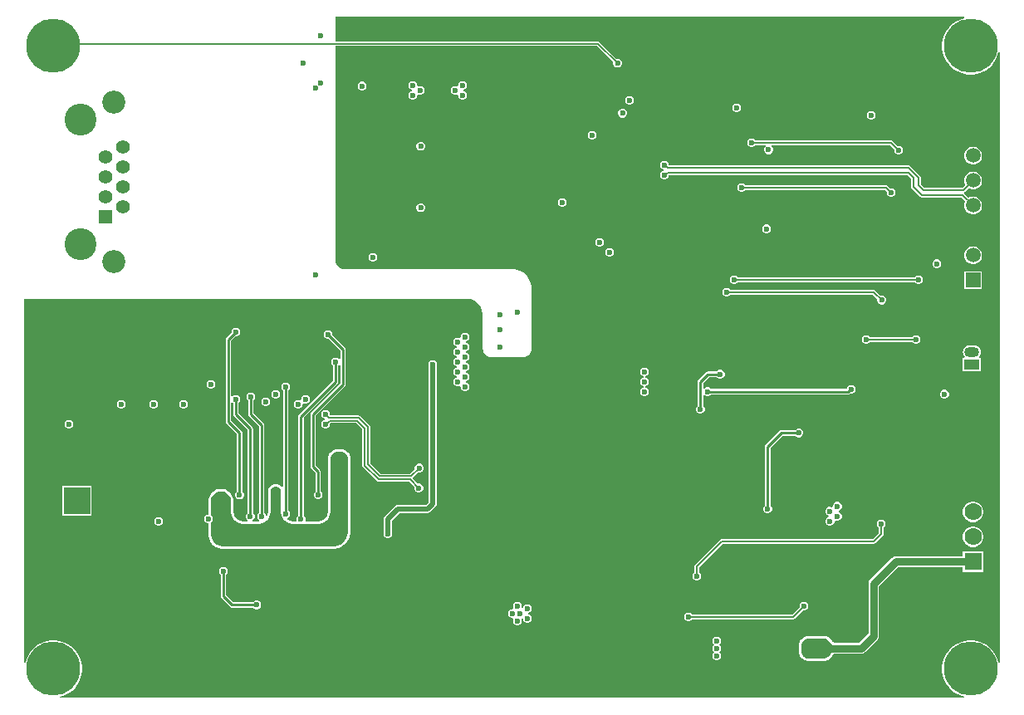
<source format=gbl>
G04*
G04 #@! TF.GenerationSoftware,Altium Limited,Altium Designer,24.1.2 (44)*
G04*
G04 Layer_Physical_Order=4*
G04 Layer_Color=16711680*
%FSLAX44Y44*%
%MOMM*%
G71*
G04*
G04 #@! TF.SameCoordinates,BB806972-894B-4990-B732-A97902CF1386*
G04*
G04*
G04 #@! TF.FilePolarity,Positive*
G04*
G01*
G75*
%ADD10C,0.1524*%
%ADD14C,0.2540*%
%ADD118C,1.5000*%
%ADD122O,1.5240X1.0160*%
%ADD123R,1.5240X1.0160*%
%ADD130C,2.7300*%
%ADD131R,2.7300X2.7300*%
%ADD133C,0.5080*%
%ADD134C,5.5000*%
%ADD135R,1.7780X1.7780*%
%ADD136C,1.7780*%
%ADD137R,1.5000X1.5000*%
%ADD138C,3.2500*%
%ADD139C,2.3550*%
%ADD140C,1.3980*%
%ADD141R,1.3980X1.3980*%
%ADD142C,0.6000*%
%ADD143C,0.7620*%
G36*
X961158Y695881D02*
X960704Y695809D01*
X956359Y694398D01*
X952288Y692324D01*
X948592Y689638D01*
X945362Y686408D01*
X942676Y682712D01*
X940602Y678641D01*
X939191Y674296D01*
X938476Y669784D01*
Y665216D01*
X939191Y660704D01*
X940602Y656359D01*
X942676Y652288D01*
X945362Y648592D01*
X948592Y645362D01*
X952288Y642676D01*
X956359Y640602D01*
X960704Y639191D01*
X965216Y638476D01*
X969784D01*
X974296Y639191D01*
X978641Y640602D01*
X982712Y642676D01*
X986408Y645362D01*
X989638Y648592D01*
X992324Y652288D01*
X994398Y656359D01*
X995809Y660704D01*
X995881Y661158D01*
X997151Y661058D01*
Y38942D01*
X995881Y38842D01*
X995809Y39297D01*
X994398Y43641D01*
X992324Y47712D01*
X989638Y51408D01*
X986408Y54638D01*
X982712Y57324D01*
X978641Y59398D01*
X974296Y60809D01*
X969784Y61524D01*
X965216D01*
X960704Y60809D01*
X956359Y59398D01*
X952288Y57324D01*
X948592Y54638D01*
X945362Y51408D01*
X942676Y47712D01*
X940602Y43641D01*
X939191Y39297D01*
X938476Y34784D01*
Y30216D01*
X939191Y25704D01*
X940602Y21359D01*
X942676Y17288D01*
X945362Y13592D01*
X948592Y10362D01*
X952288Y7677D01*
X956359Y5602D01*
X960704Y4191D01*
X961158Y4119D01*
X961058Y2849D01*
X38942D01*
X38842Y4119D01*
X39297Y4191D01*
X43641Y5602D01*
X47712Y7677D01*
X51408Y10362D01*
X54638Y13592D01*
X57324Y17288D01*
X59398Y21359D01*
X60809Y25704D01*
X61524Y30216D01*
Y34784D01*
X60809Y39297D01*
X59398Y43641D01*
X57324Y47712D01*
X54638Y51408D01*
X51408Y54638D01*
X47712Y57324D01*
X43641Y59398D01*
X39297Y60809D01*
X34784Y61524D01*
X30216D01*
X25704Y60809D01*
X21359Y59398D01*
X17288Y57324D01*
X13592Y54638D01*
X10362Y51408D01*
X7677Y47712D01*
X5602Y43641D01*
X4191Y39297D01*
X4119Y38842D01*
X2849Y38942D01*
Y410000D01*
X453061D01*
X453061Y410000D01*
X453061Y410000D01*
X454722Y409918D01*
X457978Y409271D01*
X461046Y408000D01*
X463807Y406155D01*
X466155Y403807D01*
X468000Y401046D01*
X469271Y397978D01*
X469918Y394722D01*
X470000Y393061D01*
X470000Y360000D01*
X470000Y360000D01*
X470000Y359015D01*
X470044Y358793D01*
X470384Y357083D01*
X471138Y355263D01*
X472233Y353625D01*
X473625Y352233D01*
X475263Y351138D01*
X477083Y350384D01*
X479015Y350000D01*
X510000D01*
X510985Y350000D01*
X512917Y350384D01*
X514737Y351138D01*
X516375Y352232D01*
X517767Y353625D01*
X518862Y355263D01*
X519616Y357083D01*
X520000Y359015D01*
X520000Y360000D01*
X520000Y420000D01*
X520000D01*
X520000Y420000D01*
X520000Y421970D01*
X519231Y425834D01*
X517724Y429473D01*
X515535Y432749D01*
X512749Y435535D01*
X509473Y437724D01*
X505834Y439231D01*
X501970Y440000D01*
X500000Y440000D01*
X330000Y440000D01*
X330000Y440000D01*
X329020Y440048D01*
X327097Y440431D01*
X325286Y441181D01*
X323656Y442270D01*
X322270Y443656D01*
X321181Y445286D01*
X320430Y447097D01*
X320048Y449020D01*
X320000Y450000D01*
Y667669D01*
X586535D01*
X603072Y651132D01*
X602976Y650900D01*
Y649100D01*
X603665Y647437D01*
X604937Y646165D01*
X606600Y645476D01*
X608400D01*
X610063Y646165D01*
X611335Y647437D01*
X612024Y649100D01*
Y650900D01*
X611335Y652563D01*
X610063Y653835D01*
X608400Y654524D01*
X606600D01*
X606368Y654428D01*
X589148Y671648D01*
X588392Y672153D01*
X587500Y672331D01*
X320000D01*
Y697151D01*
X961058D01*
X961158Y695881D01*
D02*
G37*
%LPC*%
G36*
X450480Y631904D02*
X448680D01*
X447017Y631215D01*
X445745Y629943D01*
X445056Y628280D01*
Y627261D01*
X443806Y626432D01*
X442860Y626824D01*
X441060D01*
X439397Y626135D01*
X438125Y624863D01*
X437436Y623200D01*
Y621400D01*
X438125Y619737D01*
X439397Y618465D01*
X441060Y617776D01*
X442860D01*
X443806Y618168D01*
X445056Y617339D01*
Y616320D01*
X445745Y614657D01*
X447017Y613385D01*
X448680Y612696D01*
X450480D01*
X452143Y613385D01*
X453415Y614657D01*
X454104Y616320D01*
Y618120D01*
X453415Y619783D01*
X452143Y621055D01*
X450671Y621665D01*
X450628Y621932D01*
Y622668D01*
X450671Y622935D01*
X452143Y623545D01*
X453415Y624817D01*
X454104Y626480D01*
Y628280D01*
X453415Y629943D01*
X452143Y631215D01*
X450480Y631904D01*
D02*
G37*
G36*
X348050Y631074D02*
X346250D01*
X344587Y630385D01*
X343315Y629113D01*
X342626Y627450D01*
Y625650D01*
X343315Y623987D01*
X344587Y622715D01*
X346250Y622026D01*
X348050D01*
X349713Y622715D01*
X350985Y623987D01*
X351674Y625650D01*
Y627450D01*
X350985Y629113D01*
X349713Y630385D01*
X348050Y631074D01*
D02*
G37*
G36*
X399680Y631904D02*
X397880D01*
X396217Y631215D01*
X394945Y629943D01*
X394256Y628280D01*
Y626480D01*
X394945Y624817D01*
X396217Y623545D01*
X397689Y622935D01*
X397732Y622668D01*
Y621932D01*
X397689Y621665D01*
X396217Y621055D01*
X394945Y619783D01*
X394256Y618120D01*
Y616320D01*
X394945Y614657D01*
X396217Y613385D01*
X397880Y612696D01*
X399680D01*
X401343Y613385D01*
X402615Y614657D01*
X403304Y616320D01*
Y617339D01*
X404554Y618168D01*
X405500Y617776D01*
X407300D01*
X408963Y618465D01*
X410235Y619737D01*
X410924Y621400D01*
Y623200D01*
X410235Y624863D01*
X408963Y626135D01*
X407300Y626824D01*
X405500D01*
X404554Y626432D01*
X403304Y627261D01*
Y628280D01*
X402615Y629943D01*
X401343Y631215D01*
X399680Y631904D01*
D02*
G37*
G36*
X620660Y616664D02*
X618860D01*
X617197Y615975D01*
X615925Y614703D01*
X615236Y613040D01*
Y611240D01*
X615925Y609577D01*
X617197Y608305D01*
X618860Y607616D01*
X620660D01*
X622323Y608305D01*
X623595Y609577D01*
X624284Y611240D01*
Y613040D01*
X623595Y614703D01*
X622323Y615975D01*
X620660Y616664D01*
D02*
G37*
G36*
X729880Y609044D02*
X728080D01*
X726417Y608355D01*
X725145Y607083D01*
X724456Y605420D01*
Y603620D01*
X725145Y601957D01*
X726417Y600685D01*
X728080Y599996D01*
X729880D01*
X731543Y600685D01*
X732815Y601957D01*
X733504Y603620D01*
Y605420D01*
X732815Y607083D01*
X731543Y608355D01*
X729880Y609044D01*
D02*
G37*
G36*
X613505Y603499D02*
X611705D01*
X610043Y602810D01*
X608770Y601537D01*
X608081Y599875D01*
Y598075D01*
X608770Y596412D01*
X610043Y595140D01*
X611705Y594451D01*
X613505D01*
X615168Y595140D01*
X616440Y596412D01*
X617129Y598075D01*
Y599875D01*
X616440Y601537D01*
X615168Y602810D01*
X613505Y603499D01*
D02*
G37*
G36*
X867040Y601424D02*
X865240D01*
X863577Y600735D01*
X862305Y599463D01*
X861616Y597800D01*
Y596000D01*
X862305Y594337D01*
X863577Y593065D01*
X865240Y592376D01*
X867040D01*
X868703Y593065D01*
X869975Y594337D01*
X870664Y596000D01*
Y597800D01*
X869975Y599463D01*
X868703Y600735D01*
X867040Y601424D01*
D02*
G37*
G36*
X582560Y581104D02*
X580760D01*
X579097Y580415D01*
X577825Y579143D01*
X577136Y577480D01*
Y575680D01*
X577825Y574017D01*
X579097Y572745D01*
X580760Y572056D01*
X582560D01*
X584223Y572745D01*
X585495Y574017D01*
X586184Y575680D01*
Y577480D01*
X585495Y579143D01*
X584223Y580415D01*
X582560Y581104D01*
D02*
G37*
G36*
X407832Y569939D02*
X406032D01*
X404369Y569250D01*
X403097Y567978D01*
X402408Y566315D01*
Y564515D01*
X403097Y562853D01*
X404369Y561580D01*
X406032Y560891D01*
X407832D01*
X409495Y561580D01*
X410767Y562853D01*
X411456Y564515D01*
Y566315D01*
X410767Y567978D01*
X409495Y569250D01*
X407832Y569939D01*
D02*
G37*
G36*
X745120Y573484D02*
X743320D01*
X741657Y572795D01*
X740385Y571523D01*
X739696Y569860D01*
Y568060D01*
X740385Y566397D01*
X741657Y565125D01*
X743320Y564436D01*
X745120D01*
X746783Y565125D01*
X748055Y566397D01*
X748151Y566629D01*
X758293D01*
X758691Y565359D01*
X757700Y564368D01*
X757011Y562705D01*
Y560905D01*
X757700Y559243D01*
X758972Y557970D01*
X760635Y557281D01*
X762435D01*
X764097Y557970D01*
X765370Y559243D01*
X766059Y560905D01*
Y562705D01*
X765370Y564368D01*
X764379Y565359D01*
X764776Y566629D01*
X885495D01*
X889652Y562472D01*
X889556Y562240D01*
Y560440D01*
X890245Y558777D01*
X891517Y557505D01*
X893180Y556816D01*
X894980D01*
X896643Y557505D01*
X897915Y558777D01*
X898604Y560440D01*
Y562240D01*
X897915Y563903D01*
X896643Y565175D01*
X894980Y565864D01*
X893180D01*
X892948Y565768D01*
X888108Y570608D01*
X887352Y571113D01*
X886460Y571291D01*
X748151D01*
X748055Y571523D01*
X746783Y572795D01*
X745120Y573484D01*
D02*
G37*
G36*
X971188Y564824D02*
X968812D01*
X966517Y564209D01*
X964459Y563021D01*
X962779Y561341D01*
X961591Y559283D01*
X960976Y556988D01*
Y554612D01*
X961591Y552317D01*
X962779Y550259D01*
X964459Y548579D01*
X966517Y547391D01*
X968812Y546776D01*
X971188D01*
X973483Y547391D01*
X975541Y548579D01*
X977221Y550259D01*
X978409Y552317D01*
X979024Y554612D01*
Y556988D01*
X978409Y559283D01*
X977221Y561341D01*
X975541Y563021D01*
X973483Y564209D01*
X971188Y564824D01*
D02*
G37*
G36*
X656220Y550624D02*
X654420D01*
X652757Y549935D01*
X651485Y548663D01*
X650796Y547000D01*
Y545200D01*
X651485Y543537D01*
X652757Y542265D01*
X654229Y541655D01*
X654272Y541388D01*
Y540652D01*
X654229Y540385D01*
X652757Y539775D01*
X651485Y538503D01*
X650796Y536840D01*
Y535040D01*
X651485Y533377D01*
X652757Y532105D01*
X654420Y531416D01*
X656220D01*
X657883Y532105D01*
X659155Y533377D01*
X659844Y535040D01*
Y535957D01*
X660037Y536149D01*
X903275D01*
X906989Y532435D01*
Y523676D01*
X907167Y522784D01*
X907672Y522028D01*
X915728Y513972D01*
X916484Y513467D01*
X917376Y513289D01*
X958415D01*
X962188Y509516D01*
X961591Y508483D01*
X960976Y506188D01*
Y503812D01*
X961591Y501517D01*
X962779Y499459D01*
X964459Y497779D01*
X966517Y496591D01*
X968812Y495976D01*
X971188D01*
X973483Y496591D01*
X975541Y497779D01*
X977221Y499459D01*
X978409Y501517D01*
X979024Y503812D01*
Y506188D01*
X978409Y508483D01*
X977221Y510541D01*
X975541Y512221D01*
X973483Y513409D01*
X971188Y514024D01*
X968812D01*
X966517Y513409D01*
X965484Y512812D01*
X961069Y517227D01*
X961068Y517583D01*
X961099Y517823D01*
X961296Y518616D01*
X961948Y519052D01*
X965484Y522588D01*
X966517Y521991D01*
X968812Y521376D01*
X971188D01*
X973483Y521991D01*
X975541Y523179D01*
X977221Y524859D01*
X978409Y526917D01*
X979024Y529212D01*
Y531588D01*
X978409Y533883D01*
X977221Y535941D01*
X975541Y537621D01*
X973483Y538809D01*
X971188Y539424D01*
X968812D01*
X966517Y538809D01*
X964459Y537621D01*
X962779Y535941D01*
X961591Y533883D01*
X960976Y531588D01*
Y529212D01*
X961591Y526917D01*
X962188Y525884D01*
X959335Y523031D01*
X920445D01*
X916731Y526745D01*
Y533400D01*
X916553Y534292D01*
X916048Y535048D01*
X905888Y545208D01*
X905132Y545713D01*
X904240Y545891D01*
X660037D01*
X659844Y546083D01*
Y547000D01*
X659155Y548663D01*
X657883Y549935D01*
X656220Y550624D01*
D02*
G37*
G36*
X734960Y527764D02*
X733160D01*
X731497Y527075D01*
X730225Y525803D01*
X729536Y524140D01*
Y522340D01*
X730225Y520677D01*
X731497Y519405D01*
X733160Y518716D01*
X734960D01*
X736623Y519405D01*
X737895Y520677D01*
X737991Y520909D01*
X880415D01*
X882032Y519292D01*
X881936Y519060D01*
Y517260D01*
X882625Y515597D01*
X883897Y514325D01*
X885560Y513636D01*
X887360D01*
X889023Y514325D01*
X890295Y515597D01*
X890984Y517260D01*
Y519060D01*
X890295Y520723D01*
X889023Y521995D01*
X887360Y522684D01*
X885560D01*
X885328Y522588D01*
X883028Y524888D01*
X882272Y525393D01*
X881380Y525571D01*
X737991D01*
X737895Y525803D01*
X736623Y527075D01*
X734960Y527764D01*
D02*
G37*
G36*
X552080Y512524D02*
X550280D01*
X548617Y511835D01*
X547345Y510563D01*
X546656Y508900D01*
Y507100D01*
X547345Y505437D01*
X548617Y504165D01*
X550280Y503476D01*
X552080D01*
X553743Y504165D01*
X555015Y505437D01*
X555704Y507100D01*
Y508900D01*
X555015Y510563D01*
X553743Y511835D01*
X552080Y512524D01*
D02*
G37*
G36*
X407904Y507237D02*
X406104D01*
X404441Y506548D01*
X403169Y505275D01*
X402480Y503612D01*
Y501813D01*
X403169Y500150D01*
X404441Y498877D01*
X406104Y498189D01*
X407904D01*
X409567Y498877D01*
X410839Y500150D01*
X411528Y501813D01*
Y503612D01*
X410839Y505275D01*
X409567Y506548D01*
X407904Y507237D01*
D02*
G37*
G36*
X760360Y485514D02*
X758560D01*
X756897Y484826D01*
X755625Y483553D01*
X754936Y481890D01*
Y480090D01*
X755625Y478428D01*
X756897Y477155D01*
X758560Y476466D01*
X760360D01*
X762023Y477155D01*
X763295Y478428D01*
X763984Y480090D01*
Y481890D01*
X763295Y483553D01*
X762023Y484826D01*
X760360Y485514D01*
D02*
G37*
G36*
X590180Y471884D02*
X588380D01*
X586717Y471195D01*
X585445Y469923D01*
X584756Y468260D01*
Y466460D01*
X585445Y464797D01*
X586717Y463525D01*
X588380Y462836D01*
X590180D01*
X591843Y463525D01*
X593115Y464797D01*
X593804Y466460D01*
Y468260D01*
X593115Y469923D01*
X591843Y471195D01*
X590180Y471884D01*
D02*
G37*
G36*
X600340Y461724D02*
X598540D01*
X596877Y461035D01*
X595605Y459763D01*
X594916Y458100D01*
Y456300D01*
X595605Y454637D01*
X596877Y453365D01*
X598540Y452676D01*
X600340D01*
X602003Y453365D01*
X603275Y454637D01*
X603964Y456300D01*
Y458100D01*
X603275Y459763D01*
X602003Y461035D01*
X600340Y461724D01*
D02*
G37*
G36*
X359040Y456644D02*
X357240D01*
X355577Y455955D01*
X354305Y454683D01*
X353616Y453020D01*
Y451220D01*
X354305Y449557D01*
X355577Y448285D01*
X357240Y447596D01*
X359040D01*
X360703Y448285D01*
X361975Y449557D01*
X362664Y451220D01*
Y453020D01*
X361975Y454683D01*
X360703Y455955D01*
X359040Y456644D01*
D02*
G37*
G36*
X971188Y463224D02*
X968812D01*
X966517Y462609D01*
X964459Y461421D01*
X962779Y459741D01*
X961591Y457683D01*
X960976Y455388D01*
Y453012D01*
X961591Y450717D01*
X962779Y448659D01*
X964459Y446979D01*
X966517Y445791D01*
X968812Y445176D01*
X971188D01*
X973483Y445791D01*
X975541Y446979D01*
X977221Y448659D01*
X978409Y450717D01*
X979024Y453012D01*
Y455388D01*
X978409Y457683D01*
X977221Y459741D01*
X975541Y461421D01*
X973483Y462609D01*
X971188Y463224D01*
D02*
G37*
G36*
X933960Y449904D02*
X932160D01*
X930497Y449215D01*
X929225Y447943D01*
X928536Y446280D01*
Y444480D01*
X929225Y442817D01*
X930497Y441545D01*
X932160Y440856D01*
X933960D01*
X935623Y441545D01*
X936895Y442817D01*
X937584Y444480D01*
Y446280D01*
X936895Y447943D01*
X935623Y449215D01*
X933960Y449904D01*
D02*
G37*
G36*
X915300Y433784D02*
X913500D01*
X911837Y433095D01*
X910565Y431823D01*
X910469Y431591D01*
X730371D01*
X730275Y431823D01*
X729003Y433095D01*
X727340Y433784D01*
X725540D01*
X723877Y433095D01*
X722605Y431823D01*
X721916Y430160D01*
Y428360D01*
X722605Y426697D01*
X723877Y425425D01*
X725540Y424736D01*
X727340D01*
X729003Y425425D01*
X730275Y426697D01*
X730371Y426929D01*
X910469D01*
X910565Y426697D01*
X911837Y425425D01*
X913500Y424736D01*
X915300D01*
X916963Y425425D01*
X918235Y426697D01*
X918924Y428360D01*
Y430160D01*
X918235Y431823D01*
X916963Y433095D01*
X915300Y433784D01*
D02*
G37*
G36*
X979024Y437824D02*
X960976D01*
Y419776D01*
X979024D01*
Y437824D01*
D02*
G37*
G36*
X719720Y421084D02*
X717920D01*
X716257Y420395D01*
X714985Y419123D01*
X714296Y417460D01*
Y415660D01*
X714985Y413997D01*
X716257Y412725D01*
X717920Y412036D01*
X719720D01*
X721383Y412725D01*
X722655Y413997D01*
X722751Y414229D01*
X867715D01*
X872351Y409593D01*
X872255Y409361D01*
Y407561D01*
X872944Y405899D01*
X874216Y404626D01*
X875879Y403937D01*
X877679D01*
X879342Y404626D01*
X880614Y405899D01*
X881303Y407561D01*
Y409361D01*
X880614Y411024D01*
X879342Y412296D01*
X877679Y412985D01*
X875879D01*
X875647Y412889D01*
X870328Y418208D01*
X869572Y418713D01*
X868680Y418891D01*
X722751D01*
X722655Y419123D01*
X721383Y420395D01*
X719720Y421084D01*
D02*
G37*
G36*
X912760Y372824D02*
X910960D01*
X909297Y372135D01*
X908025Y370863D01*
X907929Y370631D01*
X864991D01*
X864895Y370863D01*
X863623Y372135D01*
X861960Y372824D01*
X860160D01*
X858497Y372135D01*
X857225Y370863D01*
X856536Y369200D01*
Y367400D01*
X857225Y365737D01*
X858497Y364465D01*
X860160Y363776D01*
X861960D01*
X863623Y364465D01*
X864895Y365737D01*
X864991Y365969D01*
X907929D01*
X908025Y365737D01*
X909297Y364465D01*
X910960Y363776D01*
X912760D01*
X914423Y364465D01*
X915695Y365737D01*
X916384Y367400D01*
Y369200D01*
X915695Y370863D01*
X914423Y372135D01*
X912760Y372824D01*
D02*
G37*
G36*
X453020Y375364D02*
X451220D01*
X449557Y374675D01*
X448285Y373403D01*
X447596Y371740D01*
Y370721D01*
X446346Y369892D01*
X445400Y370284D01*
X443600D01*
X441937Y369595D01*
X440665Y368323D01*
X439976Y366660D01*
Y364860D01*
X440665Y363197D01*
X441937Y361925D01*
X443409Y361315D01*
X443452Y361048D01*
Y360312D01*
X443409Y360045D01*
X441937Y359435D01*
X440665Y358163D01*
X439976Y356500D01*
Y354700D01*
X440665Y353037D01*
X441937Y351765D01*
X443409Y351155D01*
X443452Y350888D01*
Y350152D01*
X443409Y349885D01*
X441937Y349275D01*
X440665Y348003D01*
X439976Y346340D01*
Y344540D01*
X440665Y342877D01*
X441937Y341605D01*
X443409Y340995D01*
X443452Y340728D01*
Y339992D01*
X443409Y339725D01*
X441937Y339115D01*
X440665Y337843D01*
X439976Y336180D01*
Y334380D01*
X440665Y332717D01*
X441937Y331445D01*
X443409Y330835D01*
X443452Y330568D01*
Y329832D01*
X443409Y329565D01*
X441937Y328955D01*
X440665Y327683D01*
X439976Y326020D01*
Y324220D01*
X440665Y322557D01*
X441937Y321285D01*
X443600Y320596D01*
X445400D01*
X446346Y320988D01*
X447596Y320159D01*
Y319140D01*
X448285Y317477D01*
X449557Y316205D01*
X451220Y315516D01*
X453020D01*
X454683Y316205D01*
X455955Y317477D01*
X456644Y319140D01*
Y320940D01*
X455955Y322603D01*
X454683Y323875D01*
X453211Y324485D01*
X453168Y324752D01*
Y325488D01*
X453211Y325755D01*
X454683Y326365D01*
X455955Y327637D01*
X456644Y329300D01*
Y331100D01*
X455955Y332763D01*
X454683Y334035D01*
X453211Y334645D01*
X453168Y334912D01*
Y335648D01*
X453211Y335915D01*
X454683Y336525D01*
X455955Y337797D01*
X456644Y339460D01*
Y341260D01*
X455955Y342923D01*
X454683Y344195D01*
X453211Y344805D01*
X453168Y345072D01*
Y345808D01*
X453211Y346075D01*
X454683Y346685D01*
X455955Y347957D01*
X456644Y349620D01*
Y351420D01*
X455955Y353083D01*
X454683Y354355D01*
X453211Y354965D01*
X453168Y355232D01*
Y355968D01*
X453211Y356235D01*
X454683Y356845D01*
X455955Y358117D01*
X456644Y359780D01*
Y361580D01*
X455955Y363243D01*
X454683Y364515D01*
X453211Y365125D01*
X453168Y365392D01*
Y366128D01*
X453211Y366395D01*
X454683Y367005D01*
X455955Y368277D01*
X456644Y369940D01*
Y371740D01*
X455955Y373403D01*
X454683Y374675D01*
X453020Y375364D01*
D02*
G37*
G36*
X971360Y362361D02*
X966280D01*
X964556Y362134D01*
X962950Y361469D01*
X961570Y360410D01*
X960511Y359030D01*
X959846Y357424D01*
X959619Y355700D01*
X959846Y353976D01*
X960511Y352369D01*
X961570Y350990D01*
X961721Y350874D01*
X961290Y349604D01*
X959676D01*
Y336396D01*
X977964D01*
Y349604D01*
X976350D01*
X975919Y350874D01*
X976070Y350990D01*
X977129Y352369D01*
X977794Y353976D01*
X978021Y355700D01*
X977794Y357424D01*
X977129Y359030D01*
X976070Y360410D01*
X974690Y361469D01*
X973084Y362134D01*
X971360Y362361D01*
D02*
G37*
G36*
X713180Y337364D02*
X711380D01*
X709717Y336675D01*
X708731Y335689D01*
X699580D01*
X699580Y335689D01*
X698490Y335472D01*
X697566Y334854D01*
X689946Y327234D01*
X689328Y326310D01*
X689111Y325220D01*
X689111Y325220D01*
Y300829D01*
X688125Y299843D01*
X687436Y298180D01*
Y296380D01*
X688125Y294717D01*
X689397Y293445D01*
X691060Y292756D01*
X692860D01*
X694523Y293445D01*
X695795Y294717D01*
X696484Y296380D01*
Y298180D01*
X695795Y299843D01*
X694809Y300829D01*
Y311691D01*
X696079Y312163D01*
X697017Y311225D01*
X698680Y310536D01*
X700480D01*
X702143Y311225D01*
X703129Y312211D01*
X842444D01*
X842444Y312211D01*
X843534Y312428D01*
X844458Y313046D01*
X844544Y313132D01*
X844920Y312976D01*
X846720D01*
X848383Y313665D01*
X849655Y314937D01*
X850344Y316600D01*
Y318400D01*
X849655Y320063D01*
X848383Y321335D01*
X846720Y322024D01*
X844920D01*
X843257Y321335D01*
X841985Y320063D01*
X841296Y318400D01*
Y317941D01*
X841264Y317909D01*
X703129D01*
X702143Y318895D01*
X700480Y319584D01*
X698680D01*
X697017Y318895D01*
X696079Y317957D01*
X694809Y318429D01*
Y324040D01*
X700760Y329991D01*
X708731D01*
X709717Y329005D01*
X711380Y328316D01*
X713180D01*
X714843Y329005D01*
X716115Y330277D01*
X716804Y331940D01*
Y333740D01*
X716115Y335403D01*
X714843Y336675D01*
X713180Y337364D01*
D02*
G37*
G36*
X193940Y327104D02*
X192140D01*
X190477Y326415D01*
X189205Y325143D01*
X188516Y323480D01*
Y321680D01*
X189205Y320017D01*
X190477Y318745D01*
X192140Y318056D01*
X193940D01*
X195603Y318745D01*
X196875Y320017D01*
X197564Y321680D01*
Y323480D01*
X196875Y325143D01*
X195603Y326415D01*
X193940Y327104D01*
D02*
G37*
G36*
X635900Y339804D02*
X634100D01*
X632437Y339115D01*
X631165Y337843D01*
X630476Y336180D01*
Y334380D01*
X631165Y332717D01*
X632437Y331445D01*
X633909Y330835D01*
X633952Y330568D01*
Y329832D01*
X633909Y329565D01*
X632437Y328955D01*
X631165Y327683D01*
X630476Y326020D01*
Y324220D01*
X631165Y322557D01*
X632437Y321285D01*
X633909Y320675D01*
X633952Y320408D01*
Y319672D01*
X633909Y319405D01*
X632437Y318795D01*
X631165Y317523D01*
X630476Y315860D01*
Y314060D01*
X631165Y312397D01*
X632437Y311125D01*
X634100Y310436D01*
X635900D01*
X637563Y311125D01*
X638835Y312397D01*
X639524Y314060D01*
Y315860D01*
X638835Y317523D01*
X637563Y318795D01*
X636091Y319405D01*
X636048Y319672D01*
Y320408D01*
X636091Y320675D01*
X637563Y321285D01*
X638835Y322557D01*
X639524Y324220D01*
Y326020D01*
X638835Y327683D01*
X637563Y328955D01*
X636091Y329565D01*
X636048Y329832D01*
Y330568D01*
X636091Y330835D01*
X637563Y331445D01*
X638835Y332717D01*
X639524Y334380D01*
Y336180D01*
X638835Y337843D01*
X637563Y339115D01*
X635900Y339804D01*
D02*
G37*
G36*
X941780Y317044D02*
X939980D01*
X938317Y316355D01*
X937045Y315083D01*
X936356Y313420D01*
Y311620D01*
X937045Y309957D01*
X938317Y308685D01*
X939980Y307996D01*
X941780D01*
X943443Y308685D01*
X944715Y309957D01*
X945404Y311620D01*
Y313420D01*
X944715Y315083D01*
X943443Y316355D01*
X941780Y317044D01*
D02*
G37*
G36*
X259980Y316944D02*
X258180D01*
X256517Y316255D01*
X255245Y314983D01*
X254556Y313320D01*
Y311520D01*
X255245Y309857D01*
X256517Y308585D01*
X258180Y307896D01*
X259980D01*
X261643Y308585D01*
X262915Y309857D01*
X263604Y311520D01*
Y313320D01*
X262915Y314983D01*
X261643Y316255D01*
X259980Y316944D01*
D02*
G37*
G36*
X290460Y311864D02*
X288660D01*
X286997Y311175D01*
X285725Y309903D01*
X285036Y308240D01*
Y307221D01*
X283786Y306392D01*
X282840Y306784D01*
X281040D01*
X279377Y306095D01*
X278105Y304823D01*
X277416Y303160D01*
Y301360D01*
X278105Y299697D01*
X279377Y298425D01*
X281040Y297736D01*
X282840D01*
X284503Y298425D01*
X285775Y299697D01*
X286464Y301360D01*
Y302379D01*
X287714Y303208D01*
X288660Y302816D01*
X290460D01*
X292123Y303505D01*
X293395Y304777D01*
X294084Y306440D01*
Y308240D01*
X293395Y309903D01*
X292123Y311175D01*
X290460Y311864D01*
D02*
G37*
G36*
X249820Y309324D02*
X248020D01*
X246357Y308635D01*
X245085Y307363D01*
X244396Y305700D01*
Y303900D01*
X245085Y302237D01*
X246357Y300965D01*
X248020Y300276D01*
X249820D01*
X251483Y300965D01*
X252755Y302237D01*
X253444Y303900D01*
Y305700D01*
X252755Y307363D01*
X251483Y308635D01*
X249820Y309324D01*
D02*
G37*
G36*
X166000Y306784D02*
X164200D01*
X162537Y306095D01*
X161265Y304823D01*
X160576Y303160D01*
Y301360D01*
X161265Y299697D01*
X162537Y298425D01*
X164200Y297736D01*
X166000D01*
X167663Y298425D01*
X168935Y299697D01*
X169624Y301360D01*
Y303160D01*
X168935Y304823D01*
X167663Y306095D01*
X166000Y306784D01*
D02*
G37*
G36*
X135520D02*
X133720D01*
X132057Y306095D01*
X130785Y304823D01*
X130096Y303160D01*
Y301360D01*
X130785Y299697D01*
X132057Y298425D01*
X133720Y297736D01*
X135520D01*
X137183Y298425D01*
X138455Y299697D01*
X139144Y301360D01*
Y303160D01*
X138455Y304823D01*
X137183Y306095D01*
X135520Y306784D01*
D02*
G37*
G36*
X102500D02*
X100700D01*
X99037Y306095D01*
X97765Y304823D01*
X97076Y303160D01*
Y301360D01*
X97765Y299697D01*
X99037Y298425D01*
X100700Y297736D01*
X102500D01*
X104163Y298425D01*
X105435Y299697D01*
X106124Y301360D01*
Y303160D01*
X105435Y304823D01*
X104163Y306095D01*
X102500Y306784D01*
D02*
G37*
G36*
X49160Y286464D02*
X47360D01*
X45697Y285775D01*
X44425Y284503D01*
X43736Y282840D01*
Y281040D01*
X44425Y279377D01*
X45697Y278105D01*
X47360Y277416D01*
X49160D01*
X50823Y278105D01*
X52095Y279377D01*
X52784Y281040D01*
Y282840D01*
X52095Y284503D01*
X50823Y285775D01*
X49160Y286464D01*
D02*
G37*
G36*
X793200Y277684D02*
X791400D01*
X789737Y276995D01*
X788751Y276009D01*
X774520D01*
X773430Y275792D01*
X772506Y275174D01*
X772506Y275174D01*
X758526Y261194D01*
X757908Y260270D01*
X757691Y259180D01*
X757691Y259180D01*
Y199229D01*
X756705Y198243D01*
X756016Y196580D01*
Y194780D01*
X756705Y193117D01*
X757977Y191845D01*
X759640Y191156D01*
X761440D01*
X763103Y191845D01*
X764375Y193117D01*
X765064Y194780D01*
Y196580D01*
X764375Y198243D01*
X763389Y199229D01*
Y258000D01*
X775700Y270311D01*
X788751D01*
X789737Y269325D01*
X791400Y268636D01*
X793200D01*
X794863Y269325D01*
X796135Y270597D01*
X796824Y272260D01*
Y274060D01*
X796135Y275723D01*
X794863Y276995D01*
X793200Y277684D01*
D02*
G37*
G36*
X310780Y296624D02*
X308980D01*
X307317Y295935D01*
X306045Y294663D01*
X305356Y293000D01*
Y291200D01*
X306045Y289537D01*
X307317Y288265D01*
X308789Y287655D01*
X308832Y287388D01*
Y286652D01*
X308789Y286385D01*
X307317Y285775D01*
X306045Y284503D01*
X305356Y282840D01*
Y281040D01*
X306045Y279377D01*
X307317Y278105D01*
X308980Y277416D01*
X310780D01*
X312443Y278105D01*
X313715Y279377D01*
X314404Y281040D01*
Y282577D01*
X314930Y283103D01*
X340981D01*
X347301Y276783D01*
Y239880D01*
X347479Y238988D01*
X347984Y238232D01*
X362184Y224032D01*
X362940Y223527D01*
X363832Y223349D01*
X395275D01*
X400512Y218112D01*
X400416Y217880D01*
Y216080D01*
X401105Y214417D01*
X402377Y213145D01*
X404040Y212456D01*
X405840D01*
X407503Y213145D01*
X408775Y214417D01*
X409464Y216080D01*
Y217880D01*
X408775Y219543D01*
X407503Y220815D01*
X405840Y221504D01*
X404040D01*
X403808Y221408D01*
X398953Y226263D01*
X399164Y227848D01*
X404188Y232872D01*
X404420Y232776D01*
X406220D01*
X407883Y233465D01*
X409155Y234737D01*
X409844Y236400D01*
Y238200D01*
X409155Y239863D01*
X407883Y241135D01*
X406220Y241824D01*
X404420D01*
X402757Y241135D01*
X401485Y239863D01*
X400796Y238200D01*
Y236400D01*
X400892Y236168D01*
X396163Y231439D01*
X366217D01*
X355391Y242265D01*
Y279168D01*
X355213Y280060D01*
X354708Y280816D01*
X345395Y290130D01*
X344638Y290635D01*
X343746Y290812D01*
X315577D01*
X314404Y291200D01*
Y293000D01*
X313715Y294663D01*
X312443Y295935D01*
X310780Y296624D01*
D02*
G37*
G36*
X219340Y380444D02*
X217540D01*
X215877Y379755D01*
X214605Y378483D01*
X213916Y376820D01*
Y375425D01*
X208806Y370314D01*
X208188Y369390D01*
X207971Y368300D01*
X207971Y368300D01*
Y284480D01*
X207971Y284480D01*
X208188Y283390D01*
X208806Y282466D01*
X219381Y271890D01*
Y213327D01*
X218394Y212340D01*
X217706Y210677D01*
Y208878D01*
X218394Y207215D01*
X219667Y205942D01*
X221330Y205254D01*
X223130D01*
X224792Y205942D01*
X226065Y207215D01*
X226754Y208878D01*
Y210677D01*
X226065Y212340D01*
X225078Y213327D01*
Y273070D01*
X225078Y273070D01*
X224862Y274160D01*
X224244Y275085D01*
X224244Y275085D01*
X213669Y285660D01*
Y303422D01*
X214939Y303965D01*
X215591Y303448D01*
Y292100D01*
X215591Y292100D01*
X215808Y291010D01*
X216426Y290086D01*
X230267Y276244D01*
Y191509D01*
X229281Y190523D01*
X228592Y188860D01*
Y187060D01*
X229281Y185397D01*
X230478Y184200D01*
X230448Y183834D01*
X230120Y182930D01*
X226123D01*
X225133Y182978D01*
X223129Y183377D01*
X221300Y184135D01*
X219654Y185234D01*
X218254Y186634D01*
X217155Y188280D01*
X216397Y190109D01*
X215998Y192113D01*
X215950Y193103D01*
Y203199D01*
X215949Y203202D01*
Y203217D01*
X215941Y203258D01*
X215948Y203300D01*
X215910Y204474D01*
X215862Y204682D01*
X215862Y204896D01*
X215509Y206668D01*
X215412Y206904D01*
X215362Y207154D01*
X214596Y209003D01*
X214454Y209215D01*
X214357Y209451D01*
X213245Y211115D01*
X213065Y211296D01*
X212923Y211508D01*
X211508Y212923D01*
X211296Y213064D01*
X211115Y213245D01*
X209451Y214357D01*
X209216Y214454D01*
X209004Y214596D01*
X207155Y215362D01*
X206905Y215412D01*
X206669Y215509D01*
X204879Y215865D01*
X204662D01*
X204450Y215914D01*
X203277Y215949D01*
X203239Y215942D01*
X203201Y215950D01*
X203200D01*
X203161Y215942D01*
X203122Y215949D01*
X201943Y215913D01*
X201733Y215865D01*
X201516D01*
X199731Y215510D01*
X199496Y215412D01*
X199245Y215362D01*
X197396Y214596D01*
X197184Y214455D01*
X196949Y214357D01*
X195285Y213245D01*
X195104Y213065D01*
X194892Y212923D01*
X193477Y211508D01*
X193335Y211296D01*
X193155Y211115D01*
X192043Y209451D01*
X191945Y209216D01*
X191804Y209004D01*
X191038Y207155D01*
X190988Y206904D01*
X190890Y206669D01*
X190500Y204706D01*
Y204451D01*
X190450Y204201D01*
Y189944D01*
X189600D01*
X187937Y189255D01*
X186665Y187983D01*
X185976Y186320D01*
Y184520D01*
X186665Y182857D01*
X187937Y181585D01*
X189600Y180896D01*
X190450D01*
Y170180D01*
X190450Y168929D01*
X190500Y168679D01*
Y168424D01*
X190988Y165970D01*
X191086Y165735D01*
X191135Y165484D01*
X192093Y163173D01*
X192234Y162961D01*
X192332Y162725D01*
X193722Y160645D01*
X193902Y160465D01*
X194044Y160253D01*
X195813Y158484D01*
X196025Y158342D01*
X196205Y158162D01*
X198286Y156772D01*
X198521Y156674D01*
X198733Y156533D01*
X201045Y155575D01*
X201295Y155526D01*
X201530Y155428D01*
X203984Y154940D01*
X204239D01*
X204489Y154890D01*
X205740Y154890D01*
X317500D01*
X319001Y154890D01*
X319251Y154940D01*
X319506Y154940D01*
X322450Y155525D01*
X322686Y155623D01*
X322936Y155673D01*
X325710Y156821D01*
X325922Y156963D01*
X326158Y157061D01*
X328654Y158729D01*
X328834Y158909D01*
X329046Y159051D01*
X331169Y161173D01*
X331311Y161386D01*
X331491Y161566D01*
X333159Y164062D01*
X333257Y164298D01*
X333399Y164510D01*
X334547Y167283D01*
X334597Y167534D01*
X334695Y167769D01*
X335280Y170714D01*
X335280Y170969D01*
X335330Y171219D01*
X335330Y172720D01*
X335330Y246380D01*
Y247131D01*
X335280Y247381D01*
Y247636D01*
X334987Y249108D01*
X334890Y249343D01*
X334840Y249594D01*
X334265Y250980D01*
X334124Y251192D01*
X334026Y251428D01*
X333192Y252676D01*
X333012Y252857D01*
X332870Y253069D01*
X331809Y254130D01*
X331597Y254272D01*
X331416Y254452D01*
X330168Y255286D01*
X329933Y255384D01*
X329720Y255525D01*
X328334Y256100D01*
X328084Y256150D01*
X327848Y256247D01*
X326376Y256540D01*
X326121D01*
X325871Y256590D01*
X322580D01*
X322580Y256590D01*
X321830Y256590D01*
X321579Y256540D01*
X321324D01*
X319852Y256247D01*
X319616Y256150D01*
X319366Y256100D01*
X317980Y255525D01*
X317767Y255384D01*
X317532Y255286D01*
X316284Y254452D01*
X316103Y254272D01*
X315891Y254130D01*
X314830Y253069D01*
X314688Y252857D01*
X314508Y252676D01*
X313674Y251428D01*
X313576Y251192D01*
X313435Y250980D01*
X312860Y249594D01*
X312810Y249343D01*
X312713Y249108D01*
X312420Y247636D01*
Y247381D01*
X312370Y247131D01*
X312370Y193107D01*
X312321Y192113D01*
X311923Y190109D01*
X311165Y188280D01*
X310065Y186634D01*
X308666Y185234D01*
X307020Y184135D01*
X305191Y183377D01*
X303187Y182978D01*
X302197Y182930D01*
X289892D01*
X289186Y183986D01*
X289287Y184229D01*
Y186029D01*
X288598Y187692D01*
X287612Y188678D01*
Y288663D01*
X322054Y323106D01*
X322054Y323106D01*
X322672Y324030D01*
X322889Y325120D01*
X322889Y325120D01*
Y341548D01*
X323541Y342065D01*
X324811Y341522D01*
Y323760D01*
X295166Y294114D01*
X294548Y293190D01*
X294331Y292100D01*
X294331Y292100D01*
Y238760D01*
X294331Y238760D01*
X294548Y237670D01*
X295166Y236746D01*
X299458Y232454D01*
Y213519D01*
X298471Y212532D01*
X297782Y210870D01*
Y209070D01*
X298471Y207407D01*
X299744Y206134D01*
X301406Y205446D01*
X303206D01*
X304869Y206134D01*
X306142Y207407D01*
X306830Y209070D01*
Y210870D01*
X306142Y212532D01*
X305155Y213519D01*
Y233633D01*
X305155Y233634D01*
X304938Y234724D01*
X304321Y235648D01*
X300029Y239940D01*
Y290920D01*
X329674Y320566D01*
X329674Y320566D01*
X330292Y321490D01*
X330509Y322580D01*
Y358140D01*
X330509Y358140D01*
X330292Y359230D01*
X329674Y360154D01*
X329674Y360154D01*
X316944Y372885D01*
Y374280D01*
X316255Y375943D01*
X314983Y377215D01*
X313320Y377904D01*
X311520D01*
X309857Y377215D01*
X308585Y375943D01*
X307896Y374280D01*
Y372480D01*
X308585Y370817D01*
X309857Y369545D01*
X311520Y368856D01*
X312915D01*
X324811Y356960D01*
Y348809D01*
X323541Y348337D01*
X322603Y349275D01*
X320940Y349964D01*
X319140D01*
X317477Y349275D01*
X316205Y348003D01*
X315516Y346340D01*
Y344540D01*
X316205Y342877D01*
X317191Y341891D01*
Y326300D01*
X282749Y291857D01*
X282131Y290933D01*
X281914Y289843D01*
X281914Y289843D01*
Y188678D01*
X280928Y187692D01*
X280239Y186029D01*
Y184229D01*
X280340Y183986D01*
X279634Y182930D01*
X276923D01*
X275933Y182978D01*
X273929Y183377D01*
X272100Y184135D01*
X270919Y184924D01*
X270975Y186145D01*
X271108Y186377D01*
X271803Y186665D01*
X273075Y187937D01*
X273764Y189600D01*
Y191400D01*
X273075Y193063D01*
X272089Y194049D01*
Y316491D01*
X273075Y317477D01*
X273764Y319140D01*
Y320940D01*
X273075Y322603D01*
X271803Y323875D01*
X270140Y324564D01*
X268340D01*
X266677Y323875D01*
X265405Y322603D01*
X264716Y320940D01*
Y319140D01*
X265405Y317477D01*
X266391Y316491D01*
Y218598D01*
X266299Y218538D01*
X265545Y218211D01*
X265121Y218165D01*
X263789Y219498D01*
X262949Y220059D01*
X261082Y220833D01*
X260091Y221030D01*
X258069D01*
X257078Y220833D01*
X257078Y220833D01*
X255211Y220059D01*
X255211Y220059D01*
X254371Y219498D01*
X252942Y218069D01*
X252381Y217229D01*
X251607Y215361D01*
X251410Y214370D01*
Y193106D01*
X251362Y192113D01*
X250963Y190109D01*
X250472Y188923D01*
X249823Y188890D01*
X249149Y189049D01*
X248539Y190523D01*
X247553Y191509D01*
Y281076D01*
X247553Y281076D01*
X247336Y282166D01*
X246718Y283090D01*
X246718Y283090D01*
X236529Y293280D01*
Y306331D01*
X237515Y307317D01*
X238204Y308980D01*
Y310780D01*
X237515Y312443D01*
X236243Y313715D01*
X234580Y314404D01*
X232780D01*
X231117Y313715D01*
X229845Y312443D01*
X229156Y310780D01*
Y308980D01*
X229845Y307317D01*
X230831Y306331D01*
Y292100D01*
X230831Y292100D01*
X231048Y291010D01*
X231666Y290086D01*
X241855Y279896D01*
Y191509D01*
X240869Y190523D01*
X240180Y188860D01*
Y187060D01*
X240869Y185397D01*
X242026Y184240D01*
X241966Y183698D01*
X241658Y182950D01*
X241237Y182930D01*
X236112D01*
X235784Y183834D01*
X235754Y184200D01*
X236951Y185397D01*
X237640Y187060D01*
Y188860D01*
X236951Y190523D01*
X235965Y191509D01*
Y277424D01*
X235965Y277424D01*
X235748Y278514D01*
X235130Y279438D01*
X235130Y279438D01*
X221289Y293280D01*
Y303791D01*
X222275Y304777D01*
X222964Y306440D01*
Y308240D01*
X222275Y309903D01*
X221003Y311175D01*
X219340Y311864D01*
X217540D01*
X215877Y311175D01*
X214939Y310237D01*
X213669Y310709D01*
Y367120D01*
X217945Y371396D01*
X219340D01*
X221003Y372085D01*
X222275Y373357D01*
X222964Y375020D01*
Y376820D01*
X222275Y378483D01*
X221003Y379755D01*
X219340Y380444D01*
D02*
G37*
G36*
X832560Y202744D02*
X830760D01*
X829097Y202055D01*
X827825Y200783D01*
X827136Y199120D01*
Y198101D01*
X825886Y197272D01*
X824940Y197664D01*
X823140D01*
X821477Y196975D01*
X820205Y195703D01*
X819516Y194040D01*
Y192240D01*
X820205Y190577D01*
X821477Y189305D01*
X822949Y188695D01*
X822992Y188428D01*
Y187692D01*
X822949Y187425D01*
X821477Y186815D01*
X820205Y185543D01*
X819516Y183880D01*
Y182080D01*
X820205Y180417D01*
X821477Y179145D01*
X823140Y178456D01*
X824940D01*
X826603Y179145D01*
X827875Y180417D01*
X828564Y182080D01*
Y183099D01*
X829814Y183928D01*
X830760Y183536D01*
X832560D01*
X834223Y184225D01*
X835495Y185497D01*
X836184Y187160D01*
Y188960D01*
X835495Y190623D01*
X834223Y191895D01*
X832751Y192505D01*
X832708Y192772D01*
Y193508D01*
X832751Y193775D01*
X834223Y194385D01*
X835495Y195657D01*
X836184Y197320D01*
Y199120D01*
X835495Y200783D01*
X834223Y202055D01*
X832560Y202744D01*
D02*
G37*
G36*
X71524Y219424D02*
X41176D01*
Y189076D01*
X71524D01*
Y219424D01*
D02*
G37*
G36*
X971371Y203114D02*
X968629D01*
X965980Y202404D01*
X963606Y201033D01*
X961667Y199094D01*
X960296Y196720D01*
X959586Y194071D01*
Y191329D01*
X960296Y188680D01*
X961667Y186306D01*
X963606Y184367D01*
X965980Y182996D01*
X968629Y182286D01*
X971371D01*
X974020Y182996D01*
X976394Y184367D01*
X978333Y186306D01*
X979704Y188680D01*
X980414Y191329D01*
Y194071D01*
X979704Y196720D01*
X978333Y199094D01*
X976394Y201033D01*
X974020Y202404D01*
X971371Y203114D01*
D02*
G37*
G36*
X140600Y187404D02*
X138800D01*
X137137Y186715D01*
X135865Y185443D01*
X135176Y183780D01*
Y181980D01*
X135865Y180317D01*
X137137Y179045D01*
X138800Y178356D01*
X140600D01*
X142263Y179045D01*
X143535Y180317D01*
X144224Y181980D01*
Y183780D01*
X143535Y185443D01*
X142263Y186715D01*
X140600Y187404D01*
D02*
G37*
G36*
X420000Y347424D02*
X418200D01*
X416537Y346735D01*
X415265Y345463D01*
X414576Y343800D01*
Y342000D01*
X414956Y341082D01*
Y202376D01*
X412304Y199724D01*
X383540D01*
X381954Y199408D01*
X380610Y198510D01*
X370450Y188350D01*
X369552Y187006D01*
X369236Y185420D01*
Y171998D01*
X368856Y171080D01*
Y169280D01*
X369545Y167617D01*
X370817Y166345D01*
X372480Y165656D01*
X374280D01*
X375943Y166345D01*
X377215Y167617D01*
X377904Y169280D01*
Y171080D01*
X377524Y171998D01*
Y183704D01*
X385256Y191436D01*
X414020D01*
X415606Y191752D01*
X416950Y192650D01*
X422030Y197730D01*
X422928Y199074D01*
X423244Y200660D01*
Y341082D01*
X423624Y342000D01*
Y343800D01*
X422935Y345463D01*
X421663Y346735D01*
X420000Y347424D01*
D02*
G37*
G36*
X971371Y177714D02*
X968629D01*
X965980Y177004D01*
X963606Y175633D01*
X961667Y173694D01*
X960296Y171320D01*
X959586Y168671D01*
Y165929D01*
X960296Y163280D01*
X961667Y160906D01*
X963606Y158967D01*
X965980Y157596D01*
X968629Y156886D01*
X971371D01*
X974020Y157596D01*
X976394Y158967D01*
X978333Y160906D01*
X979704Y163280D01*
X980414Y165929D01*
Y168671D01*
X979704Y171320D01*
X978333Y173694D01*
X976394Y175633D01*
X974020Y177004D01*
X971371Y177714D01*
D02*
G37*
G36*
X980414Y152314D02*
X959586D01*
Y147338D01*
X891200D01*
X889119Y146924D01*
X887354Y145746D01*
X864834Y123226D01*
X863655Y121461D01*
X863242Y119380D01*
Y68293D01*
X853727Y58779D01*
X829042D01*
X828606Y58899D01*
X827449Y59593D01*
X826459Y60635D01*
X826054Y61284D01*
X826053Y61285D01*
X826053Y61285D01*
X825405Y62324D01*
X825225Y62515D01*
X825085Y62737D01*
X824031Y63845D01*
X823746Y64047D01*
X823487Y64282D01*
X821908Y65229D01*
X821579Y65347D01*
X821267Y65504D01*
X819492Y65996D01*
X819144Y66021D01*
X818801Y66090D01*
X817880Y66090D01*
X802640Y66090D01*
X802639Y66090D01*
X802638D01*
X802546Y66071D01*
X802454Y66083D01*
X801285Y66000D01*
X801128Y65957D01*
X800965D01*
X799912Y65747D01*
X799677Y65650D01*
X799426Y65600D01*
X798040Y65026D01*
X797828Y64884D01*
X797592Y64786D01*
X796344Y63952D01*
X796163Y63772D01*
X795951Y63630D01*
X794890Y62569D01*
X794748Y62357D01*
X794568Y62176D01*
X793734Y60928D01*
X793636Y60693D01*
X793494Y60480D01*
X792920Y59094D01*
X792870Y58843D01*
X792773Y58608D01*
X792480Y57136D01*
X792480Y56880D01*
X792430Y56630D01*
X792430Y55880D01*
X792430Y50800D01*
X792430Y50799D01*
X792430Y50049D01*
X792480Y49799D01*
Y49544D01*
X792773Y48072D01*
X792871Y47836D01*
X792920Y47586D01*
X793495Y46199D01*
X793636Y45987D01*
X793734Y45752D01*
X794568Y44504D01*
X794748Y44323D01*
X794890Y44111D01*
X795951Y43050D01*
X796163Y42908D01*
X796344Y42728D01*
X797592Y41894D01*
X797828Y41796D01*
X798040Y41655D01*
X799426Y41080D01*
X799676Y41030D01*
X799912Y40933D01*
X801384Y40640D01*
X801639D01*
X801890Y40590D01*
X802640Y40590D01*
X818801Y40590D01*
X819144Y40658D01*
X819492Y40684D01*
X821267Y41176D01*
X821579Y41333D01*
X821908Y41451D01*
X823487Y42398D01*
X823746Y42633D01*
X824031Y42835D01*
X825300Y44169D01*
X825487Y44465D01*
X825708Y44735D01*
X826100Y45470D01*
X826459Y46045D01*
X827450Y47087D01*
X828606Y47781D01*
X829041Y47902D01*
X855980D01*
X858061Y48316D01*
X859826Y49494D01*
X872526Y62194D01*
X873705Y63959D01*
X874118Y66040D01*
Y117127D01*
X893453Y136461D01*
X959586D01*
Y131486D01*
X980414D01*
Y152314D01*
D02*
G37*
G36*
X877200Y184864D02*
X875400D01*
X873737Y184175D01*
X872465Y182903D01*
X871776Y181240D01*
Y179440D01*
X872465Y177777D01*
X873737Y176505D01*
X873969Y176409D01*
Y171145D01*
X867715Y164891D01*
X713740D01*
X712848Y164713D01*
X712092Y164208D01*
X686692Y138808D01*
X686187Y138052D01*
X686009Y137160D01*
Y130931D01*
X685777Y130835D01*
X684505Y129563D01*
X683816Y127900D01*
Y126100D01*
X684505Y124437D01*
X685777Y123165D01*
X687440Y122476D01*
X689240D01*
X690903Y123165D01*
X692175Y124437D01*
X692864Y126100D01*
Y127900D01*
X692175Y129563D01*
X690903Y130835D01*
X690671Y130931D01*
Y136195D01*
X714706Y160229D01*
X868680D01*
X869572Y160407D01*
X870328Y160912D01*
X877948Y168532D01*
X878453Y169288D01*
X878631Y170180D01*
Y176409D01*
X878863Y176505D01*
X880135Y177777D01*
X880824Y179440D01*
Y181240D01*
X880135Y182903D01*
X878863Y184175D01*
X877200Y184864D01*
D02*
G37*
G36*
X206640Y136604D02*
X204840D01*
X203177Y135915D01*
X201905Y134643D01*
X201216Y132980D01*
Y131180D01*
X201905Y129517D01*
X202891Y128531D01*
Y106680D01*
X202891Y106680D01*
X203108Y105590D01*
X203726Y104666D01*
X212456Y95936D01*
X212456Y95936D01*
X213380Y95318D01*
X214470Y95101D01*
X236067D01*
X237053Y94115D01*
X238716Y93426D01*
X240516D01*
X242179Y94115D01*
X243451Y95387D01*
X244140Y97050D01*
Y98850D01*
X243451Y100513D01*
X242179Y101785D01*
X240516Y102474D01*
X238716D01*
X237053Y101785D01*
X236067Y100799D01*
X215650D01*
X208589Y107860D01*
Y128531D01*
X209575Y129517D01*
X210264Y131180D01*
Y132980D01*
X209575Y134643D01*
X208303Y135915D01*
X206640Y136604D01*
D02*
G37*
G36*
X798460Y101044D02*
X796660D01*
X794997Y100355D01*
X793725Y99083D01*
X793036Y97420D01*
Y95620D01*
X793132Y95388D01*
X785535Y87791D01*
X683751D01*
X683655Y88023D01*
X682383Y89295D01*
X680720Y89984D01*
X678920D01*
X677257Y89295D01*
X675985Y88023D01*
X675296Y86360D01*
Y84560D01*
X675985Y82897D01*
X677257Y81625D01*
X678920Y80936D01*
X680720D01*
X682383Y81625D01*
X683655Y82897D01*
X683751Y83129D01*
X786500D01*
X787392Y83307D01*
X788148Y83812D01*
X796428Y92092D01*
X796660Y91996D01*
X798460D01*
X800123Y92685D01*
X801395Y93957D01*
X802084Y95620D01*
Y97420D01*
X801395Y99083D01*
X800123Y100355D01*
X798460Y101044D01*
D02*
G37*
G36*
X506360D02*
X504560D01*
X502897Y100355D01*
X501625Y99083D01*
X500936Y97420D01*
Y95620D01*
X501328Y94674D01*
X500499Y93424D01*
X499480D01*
X497817Y92735D01*
X496545Y91463D01*
X495856Y89800D01*
Y88000D01*
X496545Y86337D01*
X497817Y85065D01*
X499480Y84376D01*
X500499D01*
X501328Y83126D01*
X500936Y82180D01*
Y80380D01*
X501625Y78717D01*
X502897Y77445D01*
X504560Y76756D01*
X506360D01*
X508023Y77445D01*
X509295Y78717D01*
X509984Y80380D01*
Y82180D01*
X509429Y83521D01*
X509826Y83886D01*
X511096Y83330D01*
Y82920D01*
X511785Y81257D01*
X513057Y79985D01*
X514720Y79296D01*
X516520D01*
X518183Y79985D01*
X519455Y81257D01*
X520144Y82920D01*
Y84720D01*
X519455Y86383D01*
X518183Y87655D01*
X516711Y88265D01*
X516668Y88532D01*
Y89268D01*
X516711Y89535D01*
X518183Y90145D01*
X519455Y91417D01*
X520144Y93080D01*
Y94880D01*
X519455Y96543D01*
X518183Y97815D01*
X516520Y98504D01*
X514720D01*
X513057Y97815D01*
X511785Y96543D01*
X511096Y94880D01*
Y94470D01*
X509826Y93913D01*
X509429Y94279D01*
X509984Y95620D01*
Y97420D01*
X509295Y99083D01*
X508023Y100355D01*
X506360Y101044D01*
D02*
G37*
G36*
X709560Y65484D02*
X707760D01*
X706097Y64795D01*
X704825Y63523D01*
X704136Y61860D01*
Y60060D01*
X704825Y58397D01*
X706072Y57150D01*
X704825Y55903D01*
X704136Y54240D01*
Y52440D01*
X704825Y50777D01*
X706072Y49530D01*
X704825Y48283D01*
X704136Y46620D01*
Y44820D01*
X704825Y43157D01*
X706097Y41885D01*
X707760Y41196D01*
X709560D01*
X711223Y41885D01*
X712495Y43157D01*
X713184Y44820D01*
Y46620D01*
X712495Y48283D01*
X711248Y49530D01*
X712495Y50777D01*
X713184Y52440D01*
Y54240D01*
X712495Y55903D01*
X711248Y57150D01*
X712495Y58397D01*
X713184Y60060D01*
Y61860D01*
X712495Y63523D01*
X711223Y64795D01*
X709560Y65484D01*
D02*
G37*
%LPD*%
G36*
X327343Y253707D02*
X328729Y253133D01*
X329977Y252299D01*
X331039Y251237D01*
X331873Y249989D01*
X332447Y248603D01*
X332740Y247131D01*
Y246380D01*
X332740Y172720D01*
X332740Y171219D01*
X332155Y168274D01*
X331006Y165501D01*
X329338Y163005D01*
X327215Y160882D01*
X324719Y159214D01*
X321945Y158065D01*
X319001Y157480D01*
X317500Y157480D01*
X205740D01*
X204489Y157480D01*
X202036Y157968D01*
X199724Y158925D01*
X197644Y160315D01*
X195875Y162084D01*
X194485Y164164D01*
X193528Y166475D01*
X193040Y168929D01*
X193040Y170180D01*
Y181575D01*
X193063Y181585D01*
X194335Y182857D01*
X195024Y184520D01*
Y186320D01*
X194335Y187983D01*
X193063Y189255D01*
X193040Y189265D01*
Y204201D01*
X193430Y206164D01*
X194196Y208013D01*
X195308Y209677D01*
X196723Y211092D01*
X198387Y212204D01*
X200236Y212970D01*
X202021Y213325D01*
X203200Y213360D01*
X203200Y213360D01*
X203201D01*
X204374Y213326D01*
X206164Y212969D01*
X208013Y212204D01*
X209677Y211092D01*
X211092Y209676D01*
X212204Y208012D01*
X212969Y206163D01*
X213322Y204391D01*
X213359Y203217D01*
Y203200D01*
X213359Y203200D01*
X213360Y203199D01*
Y193040D01*
X213421Y191795D01*
X213907Y189353D01*
X214860Y187053D01*
X216243Y184983D01*
X218003Y183223D01*
X220073Y181840D01*
X222373Y180887D01*
X224815Y180401D01*
X226060Y180340D01*
X241300D01*
X242545Y180401D01*
X244987Y180887D01*
X247287Y181840D01*
X249357Y183223D01*
X251117Y184983D01*
X252500Y187053D01*
X253453Y189353D01*
X253939Y191795D01*
X254000Y193040D01*
X254000Y193040D01*
Y214370D01*
X254773Y216238D01*
X256202Y217667D01*
X258069Y218440D01*
X260090D01*
X261957Y217666D01*
X263386Y216238D01*
X264090Y214538D01*
X264160Y213363D01*
Y213360D01*
X264160Y213360D01*
X264160Y213360D01*
Y193040D01*
X264221Y191795D01*
X264707Y189353D01*
X265660Y187053D01*
X267043Y184983D01*
X268803Y183223D01*
X270873Y181840D01*
X273173Y180887D01*
X275615Y180401D01*
X276860Y180340D01*
X302260D01*
X303505Y180401D01*
X305947Y180887D01*
X308247Y181840D01*
X310317Y183223D01*
X312077Y184983D01*
X313460Y187053D01*
X314413Y189353D01*
X314899Y191795D01*
X314960Y193040D01*
X314960Y193040D01*
X314960Y247131D01*
X315253Y248603D01*
X315827Y249989D01*
X316661Y251237D01*
X317722Y252299D01*
X318971Y253133D01*
X320357Y253707D01*
X321829Y254000D01*
X322580Y254000D01*
Y254000D01*
X325871D01*
X327343Y253707D01*
D02*
G37*
G36*
X817880Y63500D02*
X818801Y63500D01*
X820575Y63008D01*
X822154Y62061D01*
X823208Y60953D01*
X823856Y59914D01*
X824401Y59041D01*
X824547Y58887D01*
X825815Y57553D01*
X827575Y56497D01*
X829361Y56003D01*
X829554Y55949D01*
X830580Y55880D01*
X830580Y50800D01*
X829554Y50731D01*
X827575Y50183D01*
X825815Y49127D01*
X824401Y47639D01*
X823857Y46766D01*
X823857D01*
X823423Y45954D01*
X822154Y44619D01*
X820575Y43671D01*
X818801Y43180D01*
X802640Y43180D01*
X801889Y43180D01*
X800417Y43473D01*
X799031Y44047D01*
X797783Y44881D01*
X796721Y45943D01*
X795887Y47190D01*
X795313Y48577D01*
X795020Y50049D01*
X795020Y50800D01*
X795020Y50800D01*
X795020Y55880D01*
X795020Y56631D01*
X795313Y58103D01*
X795887Y59489D01*
X796721Y60738D01*
X797782Y61799D01*
X799031Y62633D01*
X800417Y63207D01*
X801470Y63417D01*
X802638Y63500D01*
X802640D01*
X802640Y63500D01*
X802640Y63500D01*
X817880Y63500D01*
D02*
G37*
D10*
X32500Y667500D02*
X35000Y670000D01*
X587500D01*
X607500Y650000D01*
X718820Y416560D02*
X868680D01*
X876779Y408461D01*
X876300Y170180D02*
Y180340D01*
X868680Y162560D02*
X876300Y170180D01*
X713740Y162560D02*
X868680D01*
X688340Y137160D02*
X713740Y162560D01*
X688340Y127000D02*
Y137160D01*
X861060Y368300D02*
X911860D01*
X726440Y429260D02*
X914400D01*
X886460Y568960D02*
X894080Y561340D01*
X744220Y568960D02*
X886460D01*
X659071Y538480D02*
X904240D01*
X655320Y535940D02*
X656531D01*
X659071Y538480D01*
X659071Y543560D02*
X904240D01*
X656531Y546100D02*
X659071Y543560D01*
X655320Y546100D02*
X656531D01*
X969770Y530630D02*
X970000Y530400D01*
X960300Y520700D02*
X970000Y530400D01*
X919480Y520700D02*
X960300D01*
X959380Y515620D02*
X970000Y505000D01*
X904240Y543560D02*
X914400Y533400D01*
X904240Y538480D02*
X909320Y533400D01*
Y523676D02*
Y533400D01*
X914400Y525780D02*
Y533400D01*
Y525780D02*
X919480Y520700D01*
X909320Y523676D02*
X917376Y515620D01*
X959380D01*
X734060Y523240D02*
X881380D01*
X886460Y518160D01*
X786500Y85460D02*
X797560Y96520D01*
X679820Y85460D02*
X786500D01*
X341947Y285433D02*
X349632Y277748D01*
X310471Y281940D02*
X313964Y285433D01*
X341947D01*
X313499Y288481D02*
X343746D01*
X309880Y292100D02*
X313499Y288481D01*
X343746D02*
X353060Y279168D01*
X309880Y281940D02*
X310471D01*
X397128Y229108D02*
X405320Y237300D01*
X365252Y229108D02*
X397128D01*
X396240Y225680D02*
X404940Y216980D01*
X363832Y225680D02*
X396240D01*
X349632Y239880D02*
Y277748D01*
X353060Y241300D02*
Y279168D01*
Y241300D02*
X365252Y229108D01*
X349632Y239880D02*
X363832Y225680D01*
D14*
X842444Y315060D02*
X844884Y317500D01*
X699580Y315060D02*
X842444D01*
X844884Y317500D02*
X845820D01*
X774520Y273160D02*
X792300D01*
X760540Y259180D02*
X774520Y273160D01*
X760540Y195680D02*
Y259180D01*
X691960Y297280D02*
Y325220D01*
X699580Y332840D01*
X712280D01*
X214470Y97950D02*
X239616D01*
X205740Y106680D02*
X214470Y97950D01*
X205740Y106680D02*
Y132080D01*
X320040Y325120D02*
Y345440D01*
X284763Y289843D02*
X320040Y325120D01*
X269240Y190500D02*
Y320040D01*
X210820Y368300D02*
X218440Y375920D01*
X210820Y284480D02*
Y368300D01*
Y284480D02*
X222230Y273070D01*
Y209778D02*
Y273070D01*
X312420Y373380D02*
X327660Y358140D01*
Y322580D02*
Y358140D01*
X297180Y292100D02*
X327660Y322580D01*
X297180Y238760D02*
Y292100D01*
Y238760D02*
X302306Y233634D01*
Y209970D02*
Y233634D01*
X284763Y185129D02*
Y289843D01*
X218440Y292100D02*
Y307340D01*
Y292100D02*
X233116Y277424D01*
Y187960D02*
Y277424D01*
X233680Y292100D02*
Y309880D01*
Y292100D02*
X244704Y281076D01*
Y187960D02*
Y281076D01*
D118*
X970000Y479600D02*
D03*
Y454200D02*
D03*
Y555800D02*
D03*
Y505000D02*
D03*
Y530400D02*
D03*
D122*
X968820Y368400D02*
D03*
Y355700D02*
D03*
D123*
Y343000D02*
D03*
D130*
X56350Y140750D02*
D03*
D131*
Y204250D02*
D03*
D133*
X419100Y200660D02*
Y342900D01*
X414020Y195580D02*
X419100Y200660D01*
X383540Y195580D02*
X414020D01*
X373380Y185420D02*
X383540Y195580D01*
X373380Y170180D02*
Y185420D01*
D134*
X967500Y32500D02*
D03*
Y667500D02*
D03*
X32500D02*
D03*
Y32500D02*
D03*
D135*
X970000Y141900D02*
D03*
D136*
Y167300D02*
D03*
Y192700D02*
D03*
Y218100D02*
D03*
D137*
Y428800D02*
D03*
D138*
X59880Y465340D02*
D03*
Y592340D02*
D03*
D139*
X94180Y610140D02*
D03*
Y447540D02*
D03*
D140*
X103080Y564440D02*
D03*
Y544140D02*
D03*
Y523840D02*
D03*
Y503540D02*
D03*
X85280Y554240D02*
D03*
Y533940D02*
D03*
Y513640D02*
D03*
D141*
Y493340D02*
D03*
D142*
X607500Y650000D02*
D03*
X330000Y607500D02*
D03*
Y620000D02*
D03*
X345000Y677500D02*
D03*
X360000Y652500D02*
D03*
Y640000D02*
D03*
X727500Y532500D02*
D03*
X710000Y560000D02*
D03*
X722500Y592500D02*
D03*
X622500Y557500D02*
D03*
X638101Y573508D02*
D03*
X555000Y575000D02*
D03*
X565000Y582500D02*
D03*
X575000Y652500D02*
D03*
X517500Y640000D02*
D03*
X532500Y652500D02*
D03*
X570000Y622500D02*
D03*
X592500Y615000D02*
D03*
X600000Y622500D02*
D03*
X902500Y605000D02*
D03*
X930000D02*
D03*
X907500Y630000D02*
D03*
X895000Y652500D02*
D03*
X775000Y585000D02*
D03*
X752500Y602500D02*
D03*
X745000Y612500D02*
D03*
X755000Y642500D02*
D03*
X735000Y662500D02*
D03*
X915000Y455000D02*
D03*
X622500Y500000D02*
D03*
X607500Y515000D02*
D03*
X542500Y490000D02*
D03*
X562500Y472500D02*
D03*
X572500Y460000D02*
D03*
X582500Y450000D02*
D03*
X560000Y357500D02*
D03*
X555000Y380000D02*
D03*
X752500Y447500D02*
D03*
X760000Y455000D02*
D03*
X767500Y462500D02*
D03*
X792500Y332500D02*
D03*
X785000D02*
D03*
X777500D02*
D03*
X770000D02*
D03*
X835000Y342500D02*
D03*
X927500Y377500D02*
D03*
X957500Y302500D02*
D03*
X820000Y255000D02*
D03*
X835000Y260000D02*
D03*
X737500Y285000D02*
D03*
X752500Y280000D02*
D03*
X782500Y285000D02*
D03*
X750000Y230000D02*
D03*
X767500D02*
D03*
X780000D02*
D03*
X792500D02*
D03*
X907500Y205000D02*
D03*
X872500Y42500D02*
D03*
X882500Y57500D02*
D03*
X840000Y85000D02*
D03*
X837500Y107500D02*
D03*
X842500Y130000D02*
D03*
X690000Y62500D02*
D03*
X750000Y60000D02*
D03*
X722500Y112500D02*
D03*
X670000Y102500D02*
D03*
X115000Y140000D02*
D03*
X100000Y100000D02*
D03*
X65000Y80000D02*
D03*
X60000Y107500D02*
D03*
X565000D02*
D03*
X577500Y135000D02*
D03*
Y160000D02*
D03*
X582500Y277500D02*
D03*
Y295000D02*
D03*
X557500Y207500D02*
D03*
Y232500D02*
D03*
Y250000D02*
D03*
X480000Y222500D02*
D03*
X475000Y275000D02*
D03*
X435000Y282500D02*
D03*
X397500Y290000D02*
D03*
X377500D02*
D03*
X357500D02*
D03*
X260000Y260000D02*
D03*
Y247500D02*
D03*
X372500Y87500D02*
D03*
X325000Y112500D02*
D03*
Y122500D02*
D03*
Y135000D02*
D03*
Y145000D02*
D03*
X312500Y47500D02*
D03*
X292500Y50000D02*
D03*
X240000Y62500D02*
D03*
X272500Y52500D02*
D03*
X257500Y50000D02*
D03*
X225000D02*
D03*
X205000Y55000D02*
D03*
X137500Y37500D02*
D03*
Y47500D02*
D03*
X187500Y100000D02*
D03*
X180000Y105000D02*
D03*
X47500Y380000D02*
D03*
X90000Y372500D02*
D03*
X117500Y370000D02*
D03*
X150000D02*
D03*
X165000Y360000D02*
D03*
X132500D02*
D03*
X102500D02*
D03*
X48260Y281940D02*
D03*
X139700Y182880D02*
D03*
X190500Y185420D02*
D03*
X193040Y322580D02*
D03*
X165100Y302260D02*
D03*
X134620D02*
D03*
X101600D02*
D03*
X358140Y452120D02*
D03*
X876779Y408461D02*
D03*
X876300Y180340D02*
D03*
X688340Y127000D02*
D03*
X505460Y81280D02*
D03*
Y96520D02*
D03*
X500380Y88900D02*
D03*
X508000D02*
D03*
X515620Y83820D02*
D03*
Y93980D02*
D03*
X419100Y342900D02*
D03*
X373380Y170180D02*
D03*
X444500Y365760D02*
D03*
Y355600D02*
D03*
Y345440D02*
D03*
Y335280D02*
D03*
Y325120D02*
D03*
X452120Y320040D02*
D03*
Y330200D02*
D03*
Y340360D02*
D03*
Y350520D02*
D03*
Y360680D02*
D03*
Y370840D02*
D03*
X635000Y314960D02*
D03*
Y325120D02*
D03*
Y335280D02*
D03*
X708660Y60960D02*
D03*
Y45720D02*
D03*
Y53340D02*
D03*
X845820Y317500D02*
D03*
X505460Y396240D02*
D03*
X487680Y360680D02*
D03*
Y378460D02*
D03*
Y393700D02*
D03*
X299720Y624840D02*
D03*
X304800Y629920D02*
D03*
Y678180D02*
D03*
X287020Y650240D02*
D03*
X300000Y434620D02*
D03*
X861060Y368300D02*
D03*
X911860D02*
D03*
X914400Y429260D02*
D03*
X894080Y561340D02*
D03*
X744220Y568960D02*
D03*
X619760Y612140D02*
D03*
X612605Y598975D02*
D03*
X728980Y604520D02*
D03*
X940880Y312520D02*
D03*
X933060Y445380D02*
D03*
X866140Y596900D02*
D03*
X759460Y480990D02*
D03*
X599440Y457200D02*
D03*
X589280Y467360D02*
D03*
X449580Y627380D02*
D03*
Y617220D02*
D03*
X441960Y622300D02*
D03*
X406400D02*
D03*
X398780Y617220D02*
D03*
Y627380D02*
D03*
X551180Y508000D02*
D03*
X761535Y561805D02*
D03*
X581660Y576580D02*
D03*
X347150Y626550D02*
D03*
X718820Y416560D02*
D03*
X655320Y535940D02*
D03*
Y546100D02*
D03*
X886460Y518160D02*
D03*
X734060Y523240D02*
D03*
X726440Y429260D02*
D03*
X407004Y502713D02*
D03*
X431800Y502920D02*
D03*
X406932Y565415D02*
D03*
X432440Y564520D02*
D03*
X824040Y182980D02*
D03*
Y193140D02*
D03*
X831660Y188060D02*
D03*
Y198220D02*
D03*
X760540Y195680D02*
D03*
X792300Y273160D02*
D03*
X691960Y297280D02*
D03*
X712280Y332840D02*
D03*
X699580Y315060D02*
D03*
X805180Y58420D02*
D03*
X797560Y96520D02*
D03*
X679820Y85460D02*
D03*
X810260Y50800D02*
D03*
X800100D02*
D03*
X239616Y97950D02*
D03*
X205740Y132080D02*
D03*
X320040Y345440D02*
D03*
X259080Y210820D02*
D03*
Y203200D02*
D03*
X324040Y244920D02*
D03*
X203200Y200660D02*
D03*
X259080Y312420D02*
D03*
X289560Y307340D02*
D03*
X269240Y320040D02*
D03*
X281940Y302260D02*
D03*
X248920Y304800D02*
D03*
X218440Y375920D02*
D03*
X312420Y373380D02*
D03*
X302306Y209970D02*
D03*
X222230Y209778D02*
D03*
X218440Y307340D02*
D03*
X269240Y190500D02*
D03*
X233680Y309880D02*
D03*
X284763Y185129D02*
D03*
X244704Y187960D02*
D03*
X233116D02*
D03*
X405320Y237300D02*
D03*
X404940Y216980D02*
D03*
X309880Y292100D02*
D03*
Y281940D02*
D03*
D143*
X817880Y53340D02*
X855980D01*
X868680Y66040D01*
Y119380D01*
X891200Y141900D01*
X970000D01*
M02*

</source>
